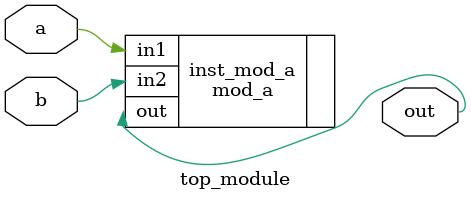
<source format=v>
module top_module (
    input               a,
    input               b,
    output              out
);

    mod_a inst_mod_a (
        .in1(a),
        .in2(b),
        .out(out)
    );

    // mod_a inst_mod_a (a, b, out);

endmodule
</source>
